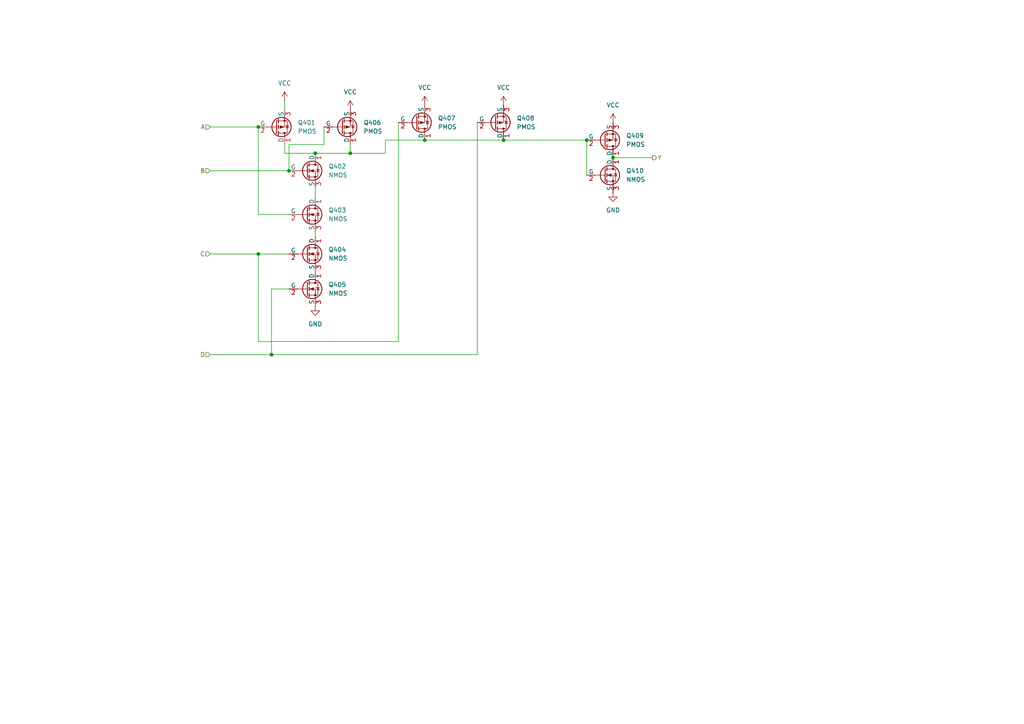
<source format=kicad_sch>
(kicad_sch (version 20250114) (generator "eeschema") (generator_version "9.0")
  (paper "A4")
  (lib_symbols
    (symbol "Simulation_SPICE:NMOS" (pin_names (offset 0))
      (property "Reference" "Q" (at 5.08 1.27 0))
      (property "Value" "NMOS" (at 5.08 -1.27 0))
      (symbol "NMOS_0_1"
        (polyline (pts (xy 0.254 1.905) (xy 0.254 -1.905)) (stroke (width 0.254)))
        (polyline (pts (xy 0.254 0) (xy -2.54 0)))
        (polyline (pts (xy 0.762 2.286) (xy 0.762 1.27)) (stroke (width 0.254)))
        (polyline (pts (xy 0.762 0.508) (xy 0.762 -0.508)) (stroke (width 0.254)))
        (polyline (pts (xy 0.762 -1.27) (xy 0.762 -2.286)) (stroke (width 0.254)))
        (polyline (pts (xy 0.762 -1.778) (xy 3.302 -1.778) (xy 3.302 1.778) (xy 0.762 1.778)))
        (polyline (pts (xy 1.016 0) (xy 2.032 0.381) (xy 2.032 -0.381) (xy 1.016 0)) (fill (type outline)))
        (circle (center 1.651 0) (radius 2.794) (stroke (width 0.254)))
        (polyline (pts (xy 2.54 2.54) (xy 2.54 1.778)))
        (circle (center 2.54 1.778) (radius 0.254) (fill (type outline)))
        (circle (center 2.54 -1.778) (radius 0.254) (fill (type outline)))
        (polyline (pts (xy 2.54 -2.54) (xy 2.54 0) (xy 0.762 0)))
        (polyline (pts (xy 2.794 0.508) (xy 2.921 0.381) (xy 3.683 0.381) (xy 3.81 0.254)))
        (polyline (pts (xy 3.302 0.381) (xy 2.921 -0.254) (xy 3.683 -0.254) (xy 3.302 0.381)))
      )
      (symbol "NMOS_1_1"
        (pin input line (at -5.08 0 0) (length 2.54) (name "G") (number "2"))
        (pin passive line (at 2.54 5.08 270) (length 2.54) (name "D") (number "1"))
        (pin passive line (at 2.54 -5.08 90) (length 2.54) (name "S") (number "3"))
      )
    )
    (symbol "Simulation_SPICE:PMOS" (pin_names (offset 0))
      (property "Reference" "Q" (at 5.08 1.27 0))
      (property "Value" "PMOS" (at 5.08 -1.27 0))
      (symbol "PMOS_0_1"
        (polyline (pts (xy 0.254 1.905) (xy 0.254 -1.905)) (stroke (width 0.254)))
        (polyline (pts (xy 0.254 0) (xy -2.54 0)))
        (polyline (pts (xy 0.762 2.286) (xy 0.762 1.27)) (stroke (width 0.254)))
        (polyline (pts (xy 0.762 1.778) (xy 3.302 1.778) (xy 3.302 -1.778) (xy 0.762 -1.778)))
        (polyline (pts (xy 0.762 0.508) (xy 0.762 -0.508)) (stroke (width 0.254)))
        (polyline (pts (xy 0.762 -1.27) (xy 0.762 -2.286)) (stroke (width 0.254)))
        (circle (center 1.651 0) (radius 2.794) (stroke (width 0.254)))
        (polyline (pts (xy 2.286 0) (xy 1.27 0.381) (xy 1.27 -0.381) (xy 2.286 0)) (fill (type outline)))
        (polyline (pts (xy 2.54 2.54) (xy 2.54 1.778)))
        (circle (center 2.54 1.778) (radius 0.254) (fill (type outline)))
        (circle (center 2.54 -1.778) (radius 0.254) (fill (type outline)))
        (polyline (pts (xy 2.54 -2.54) (xy 2.54 0) (xy 0.762 0)))
        (polyline (pts (xy 2.794 -0.508) (xy 2.921 -0.381) (xy 3.683 -0.381) (xy 3.81 -0.254)))
        (polyline (pts (xy 3.302 -0.381) (xy 2.921 0.254) (xy 3.683 0.254) (xy 3.302 -0.381)))
      )
      (symbol "PMOS_1_1"
        (pin input line (at -5.08 0 0) (length 2.54) (name "G") (number "2"))
        (pin passive line (at 2.54 5.08 270) (length 2.54) (name "D") (number "1"))
        (pin passive line (at 2.54 -5.08 90) (length 2.54) (name "S") (number "3"))
      )
    )
    (symbol "power:GND" (power) (pin_numbers (hide yes)) (pin_names (offset 0) (hide yes))
      (property "Value" "GND" (at 0 -3.81 0))
      (symbol "GND_0_1"
        (polyline (pts (xy 0 0) (xy 0 -1.27) (xy 1.27 -1.27) (xy 0 -2.54) (xy -1.27 -1.27) (xy 0 -1.27)))
      )
      (symbol "GND_1_1"
        (pin power_in line (at 0 0 270) (length 0) (name "~") (number "1"))
      )
    )
    (symbol "power:VCC" (power) (pin_numbers (hide yes)) (pin_names (offset 0) (hide yes))
      (property "Value" "VCC" (at 0 3.556 0))
      (symbol "VCC_0_1"
        (polyline (pts (xy -0.762 1.27) (xy 0 2.54)))
        (polyline (pts (xy 0 2.54) (xy 0.762 1.27)))
        (polyline (pts (xy 0 0) (xy 0 2.54)))
      )
      (symbol "VCC_1_1"
        (pin power_in line (at 0 0 90) (length 0) (name "~") (number "1"))
      )
    )
  )
  (junction (at 74.93 73.66))
  (junction (at 78.74 102.87))
  (junction (at 74.93 36.83))
  (junction (at 83.82 49.53))
  (junction (at 91.44 44.45))
  (junction (at 123.19 40.64))
  (junction (at 146.05 40.64))
  (junction (at 101.6 44.45))
  (junction (at 177.8 45.72))
  (junction (at 170.18 40.64))
  (wire (pts (xy 146.05 40.64) (xy 170.18 40.64)))
  (wire (pts (xy 177.8 45.72) (xy 189.23 45.72)))
  (wire (pts (xy 170.18 40.64) (xy 170.18 50.8)))
  (wire (pts (xy 83.82 41.91) (xy 93.98 41.91)))
  (wire (pts (xy 93.98 36.83) (xy 93.98 41.91)))
  (wire (pts (xy 91.44 54.61) (xy 91.44 57.15)))
  (wire (pts (xy 60.96 102.87) (xy 78.74 102.87)))
  (wire (pts (xy 60.96 36.83) (xy 74.93 36.83)))
  (wire (pts (xy 60.96 73.66) (xy 74.93 73.66)))
  (wire (pts (xy 74.93 36.83) (xy 74.93 62.23)))
  (wire (pts (xy 82.55 41.91) (xy 82.55 44.45)))
  (wire (pts (xy 111.76 40.64) (xy 111.76 44.45)))
  (wire (pts (xy 123.19 40.64) (xy 111.76 40.64)))
  (wire (pts (xy 138.43 102.87) (xy 138.43 35.56)))
  (wire (pts (xy 91.44 68.58) (xy 91.44 67.31)))
  (wire (pts (xy 74.93 62.23) (xy 83.82 62.23)))
  (wire (pts (xy 60.96 49.53) (xy 83.82 49.53)))
  (wire (pts (xy 115.57 35.56) (xy 115.57 99.06)))
  (wire (pts (xy 83.82 49.53) (xy 83.82 41.91)))
  (wire (pts (xy 74.93 73.66) (xy 83.82 73.66)))
  (wire (pts (xy 78.74 102.87) (xy 138.43 102.87)))
  (wire (pts (xy 74.93 99.06) (xy 74.93 73.66)))
  (wire (pts (xy 78.74 83.82) (xy 78.74 102.87)))
  (wire (pts (xy 101.6 41.91) (xy 101.6 44.45)))
  (wire (pts (xy 115.57 99.06) (xy 74.93 99.06)))
  (wire (pts (xy 101.6 44.45) (xy 91.44 44.45)))
  (wire (pts (xy 82.55 29.21) (xy 82.55 31.75)))
  (wire (pts (xy 123.19 40.64) (xy 146.05 40.64)))
  (wire (pts (xy 82.55 44.45) (xy 91.44 44.45)))
  (wire (pts (xy 111.76 44.45) (xy 101.6 44.45)))
  (wire (pts (xy 83.82 83.82) (xy 78.74 83.82)))
  (hierarchical_label "A" (shape input) (at 60.96 36.83 180))
  (hierarchical_label "D" (shape input) (at 60.96 102.87 180))
  (hierarchical_label "Y" (shape output) (at 189.23 45.72 0))
  (hierarchical_label "C" (shape input) (at 60.96 73.66 180))
  (hierarchical_label "B" (shape input) (at 60.96 49.53 180))
  (symbol (lib_id "power:VCC") (at 146.05 30.48 0) (unit 1)
    (property "Reference" "#PWR?" (effects (hide yes)))
    (property "Value" "VCC" (at 146.05 25.4 0))
    (property "Description" "Power symbol creates a global label with name \"VCC\"" (effects (hide yes)))
    (instances (project "led_panel_4" (path "" (reference "#PWR0405") (unit 1)) (path "" (reference "#PWR?") (unit 1)) (path "" (reference "#PWR0505") (unit 1))))
  )
  (symbol (lib_id "power:GND") (at 177.8 55.88 0) (unit 1)
    (property "Reference" "#PWR?" (effects (hide yes)))
    (property "Value" "GND" (at 177.8 60.96 0))
    (property "Description" "Power symbol creates a global label with name \"GND\" , ground" (effects (hide yes)))
    (instances (project "led_panel_4" (path "" (reference "#PWR0407") (unit 1)) (path "" (reference "#PWR?") (unit 1)) (path "" (reference "#PWR0507") (unit 1))))
  )
  (symbol (lib_id "power:VCC") (at 101.6 31.75 0) (unit 1)
    (property "Reference" "#PWR?" (effects (hide yes)))
    (property "Value" "VCC" (at 101.6 26.67 0))
    (property "Description" "Power symbol creates a global label with name \"VCC\"" (effects (hide yes)))
    (instances (project "led_panel_4" (path "" (reference "#PWR0403") (unit 1)) (path "" (reference "#PWR?") (unit 1)) (path "" (reference "#PWR0503") (unit 1))))
  )
  (symbol (lib_id "Simulation_SPICE:NMOS") (at 88.9 62.23 0) (unit 1)
    (property "Reference" "Q?" (at 95.25 60.9599 0) (effects (justify left)))
    (property "Value" "NMOS" (at 95.25 63.4999 0) (effects (justify left)))
    (property "Footprint" "Package_TO_SOT_SMD:TSOT-23" (effects (hide yes)))
    (property "Datasheet" "https://ngspice.sourceforge.io/docs/ngspice-html-manual/manual.xhtml#cha_MOSFETs" (effects (hide yes)))
    (property "Description" "N-MOSFET transistor, drain/source/gate" (effects (hide yes)))
    (property "Sim.Device" "NMOS" (effects (hide yes)))
    (property "Sim.Type" "MOS1" (effects (hide yes)))
    (property "Sim.Pins" "1=D 2=G 3=S" (effects (hide yes)))
    (instances (project "led_panel_4" (path "" (reference "Q403") (unit 1)) (path "" (reference "Q?") (unit 1)) (path "" (reference "Q503") (unit 1))))
  )
  (symbol (lib_id "Simulation_SPICE:NMOS") (at 175.26 50.8 0) (unit 1)
    (property "Reference" "Q?" (at 181.61 49.5299 0) (effects (justify left)))
    (property "Value" "NMOS" (at 181.61 52.0699 0) (effects (justify left)))
    (property "Footprint" "Package_TO_SOT_SMD:TSOT-23" (effects (hide yes)))
    (property "Datasheet" "https://ngspice.sourceforge.io/docs/ngspice-html-manual/manual.xhtml#cha_MOSFETs" (effects (hide yes)))
    (property "Description" "N-MOSFET transistor, drain/source/gate" (effects (hide yes)))
    (property "Sim.Device" "NMOS" (effects (hide yes)))
    (property "Sim.Type" "MOS1" (effects (hide yes)))
    (property "Sim.Pins" "1=D 2=G 3=S" (effects (hide yes)))
    (instances (project "led_panel_4" (path "" (reference "Q410") (unit 1)) (path "" (reference "Q?") (unit 1)) (path "" (reference "Q510") (unit 1))))
  )
  (symbol (lib_id "power:VCC") (at 177.8 35.56 0) (unit 1)
    (property "Reference" "#PWR?" (effects (hide yes)))
    (property "Value" "VCC" (at 177.8 30.48 0))
    (property "Description" "Power symbol creates a global label with name \"VCC\"" (effects (hide yes)))
    (instances (project "led_panel_4" (path "" (reference "#PWR0406") (unit 1)) (path "" (reference "#PWR?") (unit 1)) (path "" (reference "#PWR0506") (unit 1))))
  )
  (symbol (lib_id "Simulation_SPICE:PMOS") (at 143.51 35.56 0) (mirror x) (unit 1)
    (property "Reference" "Q?" (at 149.86 34.2899 0) (effects (justify left)))
    (property "Value" "PMOS" (at 149.86 36.8299 0) (effects (justify left)))
    (property "Footprint" "Package_TO_SOT_SMD:TSOT-23" (effects (hide yes)))
    (property "Datasheet" "https://ngspice.sourceforge.io/docs/ngspice-html-manual/manual.xhtml#cha_MOSFETs" (effects (hide yes)))
    (property "Description" "P-MOSFET transistor, drain/source/gate" (effects (hide yes)))
    (property "Sim.Device" "PMOS" (effects (hide yes)))
    (property "Sim.Type" "MOS1" (effects (hide yes)))
    (property "Sim.Pins" "1=D 2=G 3=S" (effects (hide yes)))
    (instances (project "led_panel_4" (path "" (reference "Q408") (unit 1)) (path "" (reference "Q?") (unit 1)) (path "" (reference "Q508") (unit 1))))
  )
  (symbol (lib_id "power:VCC") (at 82.55 29.21 0) (unit 1)
    (property "Reference" "#PWR?" (effects (hide yes)))
    (property "Value" "VCC" (at 82.55 24.13 0))
    (property "Description" "Power symbol creates a global label with name \"VCC\"" (effects (hide yes)))
    (instances (project "led_panel_4" (path "" (reference "#PWR0401") (unit 1)) (path "" (reference "#PWR?") (unit 1)) (path "" (reference "#PWR0501") (unit 1))))
  )
  (symbol (lib_id "Simulation_SPICE:NMOS") (at 88.9 49.53 0) (unit 1)
    (property "Reference" "Q?" (at 95.25 48.2599 0) (effects (justify left)))
    (property "Value" "NMOS" (at 95.25 50.7999 0) (effects (justify left)))
    (property "Footprint" "Package_TO_SOT_SMD:TSOT-23" (effects (hide yes)))
    (property "Datasheet" "https://ngspice.sourceforge.io/docs/ngspice-html-manual/manual.xhtml#cha_MOSFETs" (effects (hide yes)))
    (property "Description" "N-MOSFET transistor, drain/source/gate" (effects (hide yes)))
    (property "Sim.Device" "NMOS" (effects (hide yes)))
    (property "Sim.Type" "MOS1" (effects (hide yes)))
    (property "Sim.Pins" "1=D 2=G 3=S" (effects (hide yes)))
    (instances (project "led_panel_4" (path "" (reference "Q402") (unit 1)) (path "" (reference "Q?") (unit 1)) (path "" (reference "Q502") (unit 1))))
  )
  (symbol (lib_id "Simulation_SPICE:PMOS") (at 120.65 35.56 0) (mirror x) (unit 1)
    (property "Reference" "Q?" (at 127 34.2899 0) (effects (justify left)))
    (property "Value" "PMOS" (at 127 36.8299 0) (effects (justify left)))
    (property "Footprint" "Package_TO_SOT_SMD:TSOT-23" (effects (hide yes)))
    (property "Datasheet" "https://ngspice.sourceforge.io/docs/ngspice-html-manual/manual.xhtml#cha_MOSFETs" (effects (hide yes)))
    (property "Description" "P-MOSFET transistor, drain/source/gate" (effects (hide yes)))
    (property "Sim.Device" "PMOS" (effects (hide yes)))
    (property "Sim.Type" "MOS1" (effects (hide yes)))
    (property "Sim.Pins" "1=D 2=G 3=S" (effects (hide yes)))
    (instances (project "led_panel_4" (path "" (reference "Q407") (unit 1)) (path "" (reference "Q?") (unit 1)) (path "" (reference "Q507") (unit 1))))
  )
  (symbol (lib_id "Simulation_SPICE:PMOS") (at 99.06 36.83 0) (mirror x) (unit 1)
    (property "Reference" "Q?" (at 105.41 35.5599 0) (effects (justify left)))
    (property "Value" "PMOS" (at 105.41 38.0999 0) (effects (justify left)))
    (property "Footprint" "Package_TO_SOT_SMD:TSOT-23" (effects (hide yes)))
    (property "Datasheet" "https://ngspice.sourceforge.io/docs/ngspice-html-manual/manual.xhtml#cha_MOSFETs" (effects (hide yes)))
    (property "Description" "P-MOSFET transistor, drain/source/gate" (effects (hide yes)))
    (property "Sim.Device" "PMOS" (effects (hide yes)))
    (property "Sim.Type" "MOS1" (effects (hide yes)))
    (property "Sim.Pins" "1=D 2=G 3=S" (effects (hide yes)))
    (instances (project "led_panel_4" (path "" (reference "Q406") (unit 1)) (path "" (reference "Q?") (unit 1)) (path "" (reference "Q506") (unit 1))))
  )
  (symbol (lib_id "power:VCC") (at 123.19 30.48 0) (unit 1)
    (property "Reference" "#PWR?" (effects (hide yes)))
    (property "Value" "VCC" (at 123.19 25.4 0))
    (property "Description" "Power symbol creates a global label with name \"VCC\"" (effects (hide yes)))
    (instances (project "led_panel_4" (path "" (reference "#PWR0404") (unit 1)) (path "" (reference "#PWR?") (unit 1)) (path "" (reference "#PWR0504") (unit 1))))
  )
  (symbol (lib_id "power:GND") (at 91.44 88.9 0) (unit 1)
    (property "Reference" "#PWR?" (effects (hide yes)))
    (property "Value" "GND" (at 91.44 93.98 0))
    (property "Description" "Power symbol creates a global label with name \"GND\" , ground" (effects (hide yes)))
    (instances (project "led_panel_4" (path "" (reference "#PWR0402") (unit 1)) (path "" (reference "#PWR?") (unit 1)) (path "" (reference "#PWR0502") (unit 1))))
  )
  (symbol (lib_id "Simulation_SPICE:NMOS") (at 88.9 73.66 0) (unit 1)
    (property "Reference" "Q?" (at 95.25 72.3899 0) (effects (justify left)))
    (property "Value" "NMOS" (at 95.25 74.9299 0) (effects (justify left)))
    (property "Footprint" "Package_TO_SOT_SMD:TSOT-23" (effects (hide yes)))
    (property "Datasheet" "https://ngspice.sourceforge.io/docs/ngspice-html-manual/manual.xhtml#cha_MOSFETs" (effects (hide yes)))
    (property "Description" "N-MOSFET transistor, drain/source/gate" (effects (hide yes)))
    (property "Sim.Device" "NMOS" (effects (hide yes)))
    (property "Sim.Type" "MOS1" (effects (hide yes)))
    (property "Sim.Pins" "1=D 2=G 3=S" (effects (hide yes)))
    (instances (project "led_panel_4" (path "" (reference "Q404") (unit 1)) (path "" (reference "Q?") (unit 1)) (path "" (reference "Q504") (unit 1))))
  )
  (symbol (lib_id "Simulation_SPICE:PMOS") (at 175.26 40.64 0) (mirror x) (unit 1)
    (property "Reference" "Q?" (at 181.61 39.3699 0) (effects (justify left)))
    (property "Value" "PMOS" (at 181.61 41.9099 0) (effects (justify left)))
    (property "Footprint" "Package_TO_SOT_SMD:TSOT-23" (effects (hide yes)))
    (property "Datasheet" "https://ngspice.sourceforge.io/docs/ngspice-html-manual/manual.xhtml#cha_MOSFETs" (effects (hide yes)))
    (property "Description" "P-MOSFET transistor, drain/source/gate" (effects (hide yes)))
    (property "Sim.Device" "PMOS" (effects (hide yes)))
    (property "Sim.Type" "MOS1" (effects (hide yes)))
    (property "Sim.Pins" "1=D 2=G 3=S" (effects (hide yes)))
    (instances (project "led_panel_4" (path "" (reference "Q409") (unit 1)) (path "" (reference "Q?") (unit 1)) (path "" (reference "Q509") (unit 1))))
  )
  (symbol (lib_id "Simulation_SPICE:NMOS") (at 88.9 83.82 0) (unit 1)
    (property "Reference" "Q?" (at 95.25 82.5499 0) (effects (justify left)))
    (property "Value" "NMOS" (at 95.25 85.0899 0) (effects (justify left)))
    (property "Footprint" "Package_TO_SOT_SMD:TSOT-23" (effects (hide yes)))
    (property "Datasheet" "https://ngspice.sourceforge.io/docs/ngspice-html-manual/manual.xhtml#cha_MOSFETs" (effects (hide yes)))
    (property "Description" "N-MOSFET transistor, drain/source/gate" (effects (hide yes)))
    (property "Sim.Device" "NMOS" (effects (hide yes)))
    (property "Sim.Type" "MOS1" (effects (hide yes)))
    (property "Sim.Pins" "1=D 2=G 3=S" (effects (hide yes)))
    (instances (project "led_panel_4" (path "" (reference "Q405") (unit 1)) (path "" (reference "Q?") (unit 1)) (path "" (reference "Q505") (unit 1))))
  )
  (symbol (lib_id "Simulation_SPICE:PMOS") (at 80.01 36.83 0) (mirror x) (unit 1)
    (property "Reference" "Q?" (at 86.36 35.5599 0) (effects (justify left)))
    (property "Value" "PMOS" (at 86.36 38.0999 0) (effects (justify left)))
    (property "Footprint" "Package_TO_SOT_SMD:TSOT-23" (effects (hide yes)))
    (property "Datasheet" "https://ngspice.sourceforge.io/docs/ngspice-html-manual/manual.xhtml#cha_MOSFETs" (effects (hide yes)))
    (property "Description" "P-MOSFET transistor, drain/source/gate" (effects (hide yes)))
    (property "Sim.Device" "PMOS" (effects (hide yes)))
    (property "Sim.Type" "MOS1" (effects (hide yes)))
    (property "Sim.Pins" "1=D 2=G 3=S" (effects (hide yes)))
    (instances (project "led_panel_4" (path "" (reference "Q401") (unit 1)) (path "" (reference "Q?") (unit 1)) (path "" (reference "Q501") (unit 1))))
  )
)
</source>
